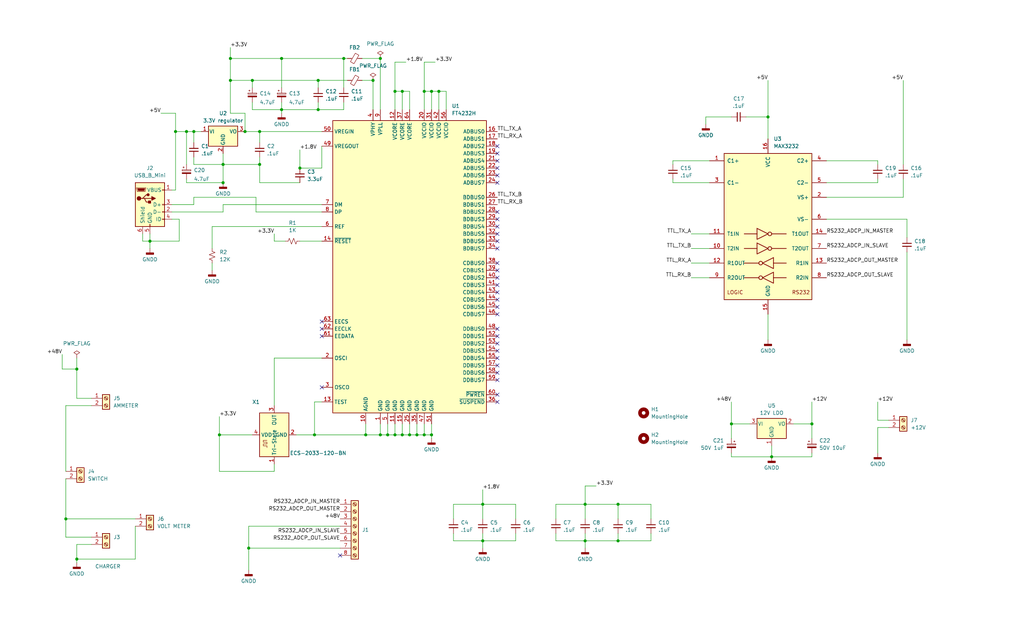
<source format=kicad_sch>
(kicad_sch (version 20230121) (generator eeschema)
  (paper "USLegal")
  (title_block (title "LADCP interface box") (date "2023-06-26") (rev "1.0.0") (company "NOAA\\AOML|PHOD"))
  (lib_symbols
    (symbol "Connector:Screw_Terminal_01x02" (pin_names (offset 1.016) hide)
      (property "Reference" "J" (at 0 2.54 0))
      (property "Value" "Screw_Terminal_01x02" (at 0 -5.08 0))
      (symbol "Screw_Terminal_01x02_1_1"
        (pin passive line (at -5.08 0 0) (length 3.81) (name "Pin_1") (number "1"))
        (pin passive line (at -5.08 -2.54 0) (length 3.81) (name "Pin_2") (number "2"))
      )
    )
    (symbol "Connector:Screw_Terminal_01x08" (pin_names (offset 1.016) hide)
      (property "Reference" "J" (at 0 10.16 0))
      (property "Value" "Screw_Terminal_01x08" (at 0 -12.7 0))
      (symbol "Screw_Terminal_01x08_1_1"
        (pin passive line (at -5.08 7.62 0) (length 3.81) (name "Pin_1") (number "1"))
        (pin passive line (at -5.08 5.08 0) (length 3.81) (name "Pin_2") (number "2"))
        (pin passive line (at -5.08 2.54 0) (length 3.81) (name "Pin_3") (number "3"))
        (pin passive line (at -5.08 0 0) (length 3.81) (name "Pin_4") (number "4"))
        (pin passive line (at -5.08 -2.54 0) (length 3.81) (name "Pin_5") (number "5"))
        (pin passive line (at -5.08 -5.08 0) (length 3.81) (name "Pin_6") (number "6"))
        (pin passive line (at -5.08 -7.62 0) (length 3.81) (name "Pin_7") (number "7"))
        (pin passive line (at -5.08 -10.16 0) (length 3.81) (name "Pin_8") (number "8"))
      )
    )
    (symbol "Connector:USB_B_Mini" (pin_names (offset 1.016))
      (property "Reference" "J" (at -5.08 11.43 0))
      (property "Value" "USB_B_Mini" (at -5.08 8.89 0))
      (symbol "USB_B_Mini_1_1"
        (pin power_out line (at 7.62 5.08 180) (length 2.54) (name "VBUS") (number "1"))
        (pin bidirectional line (at 7.62 -2.54 180) (length 2.54) (name "D-") (number "2"))
        (pin bidirectional line (at 7.62 0 180) (length 2.54) (name "D+") (number "3"))
        (pin passive line (at 7.62 -5.08 180) (length 2.54) (name "ID") (number "4"))
        (pin power_out line (at 0 -10.16 90) (length 2.54) (name "GND") (number "5"))
        (pin passive line (at -2.54 -10.16 90) (length 2.54) (name "Shield") (number "6"))
      )
    )
    (symbol "Device:C_Polarized_Small" (pin_numbers hide) (pin_names (offset 0.254) hide)
      (property "Reference" "C" (at 0.254 1.778 0))
      (property "Value" "C_Polarized_Small" (at 0.254 -2.032 0))
      (symbol "C_Polarized_Small_1_1"
        (pin passive line (at 0 2.54 270) (length 1.8542) (name "~") (number "1"))
        (pin passive line (at 0 -2.54 90) (length 1.8542) (name "~") (number "2"))
      )
    )
    (symbol "Device:C_Small" (pin_numbers hide) (pin_names (offset 0.254) hide)
      (property "Reference" "C" (at 0.254 1.778 0))
      (property "Value" "C_Small" (at 0.254 -2.032 0))
      (symbol "C_Small_1_1"
        (pin passive line (at 0 2.54 270) (length 2.032) (name "~") (number "1"))
        (pin passive line (at 0 -2.54 90) (length 2.032) (name "~") (number "2"))
      )
    )
    (symbol "Device:FerriteBead_Small" (pin_numbers hide) (pin_names (offset 0))
      (property "Reference" "FB" (at 1.905 1.27 0))
      (property "Value" "FerriteBead_Small" (at 1.905 -1.27 0))
      (symbol "FerriteBead_Small_1_1"
        (pin passive line (at 0 2.54 270) (length 1.27) (name "~") (number "1"))
        (pin passive line (at 0 -2.54 90) (length 1.27) (name "~") (number "2"))
      )
    )
    (symbol "Device:R_Small_US" (pin_numbers hide) (pin_names (offset 0.254) hide)
      (property "Reference" "R" (at 0.762 0.508 0))
      (property "Value" "R_Small_US" (at 0.762 -1.016 0))
      (symbol "R_Small_US_1_1"
        (pin passive line (at 0 2.54 270) (length 1.016) (name "~") (number "1"))
        (pin passive line (at 0 -2.54 90) (length 1.016) (name "~") (number "2"))
      )
    )
    (symbol "Interface_UART:MAX3232" (pin_names (offset 1.016))
      (property "Reference" "U" (at -2.54 28.575 0))
      (property "Value" "MAX3232" (at -2.54 26.67 0))
      (symbol "MAX3232_0_0"
        (text "LOGIC" (at -11.43 -22.86 0) (effects (font (size 1.27 1.27))))
        (text "RS232" (at 11.43 -22.86 0) (effects (font (size 1.27 1.27))))
      )
      (symbol "MAX3232_1_1"
        (pin passive line (at -20.32 22.86 0) (length 5.08) (name "C1+") (number "1"))
        (pin input line (at -20.32 -7.62 0) (length 5.08) (name "T2IN") (number "10"))
        (pin input line (at -20.32 -2.54 0) (length 5.08) (name "T1IN") (number "11"))
        (pin output line (at -20.32 -12.7 0) (length 5.08) (name "R1OUT") (number "12"))
        (pin input line (at 20.32 -12.7 180) (length 5.08) (name "R1IN") (number "13"))
        (pin output line (at 20.32 -2.54 180) (length 5.08) (name "T1OUT") (number "14"))
        (pin power_in line (at 0 -30.48 90) (length 5.08) (name "GND") (number "15"))
        (pin power_in line (at 0 30.48 270) (length 5.08) (name "VCC") (number "16"))
        (pin power_out line (at 20.32 10.16 180) (length 5.08) (name "VS+") (number "2"))
        (pin passive line (at -20.32 15.24 0) (length 5.08) (name "C1-") (number "3"))
        (pin passive line (at 20.32 22.86 180) (length 5.08) (name "C2+") (number "4"))
        (pin passive line (at 20.32 15.24 180) (length 5.08) (name "C2-") (number "5"))
        (pin power_out line (at 20.32 2.54 180) (length 5.08) (name "VS-") (number "6"))
        (pin output line (at 20.32 -7.62 180) (length 5.08) (name "T2OUT") (number "7"))
        (pin input line (at 20.32 -17.78 180) (length 5.08) (name "R2IN") (number "8"))
        (pin output line (at -20.32 -17.78 0) (length 5.08) (name "R2OUT") (number "9"))
      )
    )
    (symbol "Interface_USB:FT4232H"
      (property "Reference" "U" (at -26.67 53.34 0))
      (property "Value" "FT4232H" (at 19.05 53.34 0))
      (symbol "FT4232H_1_1"
        (pin power_in line (at -10.16 -53.34 90) (length 3.81) (name "GND") (number "1"))
        (pin power_in line (at -15.24 -53.34 90) (length 3.81) (name "AGND") (number "10"))
        (pin power_in line (at -5.08 -53.34 90) (length 3.81) (name "GND") (number "11"))
        (pin power_in line (at -5.08 55.88 270) (length 3.81) (name "VCORE") (number "12"))
        (pin input line (at -30.48 -45.72 0) (length 3.81) (name "TEST") (number "13"))
        (pin input line (at -30.48 10.16 0) (length 3.81) (name "~{RESET}") (number "14"))
        (pin power_in line (at -2.54 -53.34 90) (length 3.81) (name "GND") (number "15"))
        (pin bidirectional line (at 30.48 48.26 180) (length 3.81) (name "ADBUS0") (number "16"))
        (pin bidirectional line (at 30.48 45.72 180) (length 3.81) (name "ADBUS1") (number "17"))
        (pin bidirectional line (at 30.48 43.18 180) (length 3.81) (name "ADBUS2") (number "18"))
        (pin bidirectional line (at 30.48 40.64 180) (length 3.81) (name "ADBUS3") (number "19"))
        (pin input line (at -30.48 -30.48 0) (length 3.81) (name "OSCI") (number "2"))
        (pin power_in line (at 5.08 55.88 270) (length 3.81) (name "VCCIO") (number "20"))
        (pin bidirectional line (at 30.48 38.1 180) (length 3.81) (name "ADBUS4") (number "21"))
        (pin bidirectional line (at 30.48 35.56 180) (length 3.81) (name "ADBUS5") (number "22"))
        (pin bidirectional line (at 30.48 33.02 180) (length 3.81) (name "ADBUS6") (number "23"))
        (pin bidirectional line (at 30.48 30.48 180) (length 3.81) (name "ADBUS7") (number "24"))
        (pin power_in line (at 0 -53.34 90) (length 3.81) (name "GND") (number "25"))
        (pin bidirectional line (at 30.48 25.4 180) (length 3.81) (name "BDBUS0") (number "26"))
        (pin bidirectional line (at 30.48 22.86 180) (length 3.81) (name "BDBUS1") (number "27"))
        (pin bidirectional line (at 30.48 20.32 180) (length 3.81) (name "BDBUS2") (number "28"))
        (pin bidirectional line (at 30.48 17.78 180) (length 3.81) (name "BDBUS3") (number "29"))
        (pin output line (at -30.48 -40.64 0) (length 3.81) (name "OSCO") (number "3"))
        (pin bidirectional line (at 30.48 15.24 180) (length 3.81) (name "BDBUS4") (number "30"))
        (pin power_in line (at 7.62 55.88 270) (length 3.81) (name "VCCIO") (number "31"))
        (pin bidirectional line (at 30.48 12.7 180) (length 3.81) (name "BDBUS5") (number "32"))
        (pin bidirectional line (at 30.48 10.16 180) (length 3.81) (name "BDBUS6") (number "33"))
        (pin bidirectional line (at 30.48 7.62 180) (length 3.81) (name "BDBUS7") (number "34"))
        (pin power_in line (at 2.54 -53.34 90) (length 3.81) (name "GND") (number "35"))
        (pin output line (at 30.48 -45.72 180) (length 3.81) (name "~{SUSPEND}") (number "36"))
        (pin power_in line (at -2.54 55.88 270) (length 3.81) (name "VCORE") (number "37"))
        (pin bidirectional line (at 30.48 2.54 180) (length 3.81) (name "CDBUS0") (number "38"))
        (pin bidirectional line (at 30.48 0 180) (length 3.81) (name "CDBUS1") (number "39"))
        (pin power_in line (at -12.7 55.88 270) (length 3.81) (name "VPHY") (number "4"))
        (pin bidirectional line (at 30.48 -2.54 180) (length 3.81) (name "CDBUS2") (number "40"))
        (pin bidirectional line (at 30.48 -5.08 180) (length 3.81) (name "CDBUS3") (number "41"))
        (pin power_in line (at 10.16 55.88 270) (length 3.81) (name "VCCIO") (number "42"))
        (pin bidirectional line (at 30.48 -7.62 180) (length 3.81) (name "CDBUS4") (number "43"))
        (pin bidirectional line (at 30.48 -10.16 180) (length 3.81) (name "CDBUS5") (number "44"))
        (pin bidirectional line (at 30.48 -12.7 180) (length 3.81) (name "CDBUS6") (number "45"))
        (pin bidirectional line (at 30.48 -15.24 180) (length 3.81) (name "CDBUS7") (number "46"))
        (pin power_in line (at 5.08 -53.34 90) (length 3.81) (name "GND") (number "47"))
        (pin bidirectional line (at 30.48 -20.32 180) (length 3.81) (name "DDBUS0") (number "48"))
        (pin power_out line (at -30.48 43.18 0) (length 3.81) (name "VREGOUT") (number "49"))
        (pin power_in line (at -7.62 -53.34 90) (length 3.81) (name "GND") (number "5"))
        (pin power_in line (at -30.48 48.26 0) (length 3.81) (name "VREGIN") (number "50"))
        (pin power_in line (at 7.62 -53.34 90) (length 3.81) (name "GND") (number "51"))
        (pin bidirectional line (at 30.48 -22.86 180) (length 3.81) (name "DDBUS1") (number "52"))
        (pin bidirectional line (at 30.48 -25.4 180) (length 3.81) (name "DDBUS2") (number "53"))
        (pin bidirectional line (at 30.48 -27.94 180) (length 3.81) (name "DDBUS3") (number "54"))
        (pin bidirectional line (at 30.48 -30.48 180) (length 3.81) (name "DDBUS4") (number "55"))
        (pin power_in line (at 12.7 55.88 270) (length 3.81) (name "VCCIO") (number "56"))
        (pin bidirectional line (at 30.48 -33.02 180) (length 3.81) (name "DDBUS5") (number "57"))
        (pin bidirectional line (at 30.48 -35.56 180) (length 3.81) (name "DDBUS6") (number "58"))
        (pin bidirectional line (at 30.48 -38.1 180) (length 3.81) (name "DDBUS7") (number "59"))
        (pin input line (at -30.48 15.24 0) (length 3.81) (name "REF") (number "6"))
        (pin output line (at 30.48 -43.18 180) (length 3.81) (name "~{PWREN}") (number "60"))
        (pin bidirectional line (at -30.48 -22.86 0) (length 3.81) (name "EEDATA") (number "61"))
        (pin output line (at -30.48 -20.32 0) (length 3.81) (name "EECLK") (number "62"))
        (pin output line (at -30.48 -17.78 0) (length 3.81) (name "EECS") (number "63"))
        (pin power_in line (at 0 55.88 270) (length 3.81) (name "VCORE") (number "64"))
        (pin bidirectional line (at -30.48 22.86 0) (length 3.81) (name "DM") (number "7"))
        (pin bidirectional line (at -30.48 20.32 0) (length 3.81) (name "DP") (number "8"))
        (pin power_in line (at -10.16 55.88 270) (length 3.81) (name "VPLL") (number "9"))
      )
    )
    (symbol "Mechanical:MountingHole" (pin_names (offset 1.016))
      (property "Reference" "H" (at 0 5.08 0))
      (property "Value" "MountingHole" (at 0 3.175 0))
    )
    (symbol "Oscillator:ECS-2520MV-xxx-xx"
      (property "Reference" "X" (at -5.08 6.35 0))
      (property "Value" "ECS-2520MV-xxx-xx" (at 1.27 -6.35 0))
      (symbol "ECS-2520MV-xxx-xx_1_1"
        (pin input line (at -10.16 0 0) (length 2.54) (name "Tri-State") (number "1"))
        (pin power_in line (at 0 -7.62 90) (length 2.54) (name "GND") (number "2"))
        (pin output line (at 10.16 0 180) (length 2.54) (name "OUT") (number "3"))
        (pin power_in line (at 0 7.62 270) (length 2.54) (name "VDD") (number "4"))
      )
    )
    (symbol "Regulator_Linear:APE8865N-16-HF-3" (pin_names (offset 0.254))
      (property "Reference" "U" (at -3.81 3.175 0))
      (property "Value" "APE8865N-16-HF-3" (at 0 3.175 0))
      (symbol "APE8865N-16-HF-3_1_1"
        (pin power_in line (at 0 -7.62 90) (length 2.54) (name "GND") (number "1"))
        (pin power_out line (at 7.62 0 180) (length 2.54) (name "VO") (number "2"))
        (pin power_in line (at -7.62 0 0) (length 2.54) (name "VI") (number "3"))
      )
    )
    (symbol "Regulator_Linear:LF33_TO252" (pin_names (offset 0.254))
      (property "Reference" "U" (at -3.81 3.175 0))
      (property "Value" "LF33_TO252" (at 0 3.175 0))
      (symbol "LF33_TO252_1_1"
        (pin power_in line (at -7.62 0 0) (length 2.54) (name "VI") (number "1"))
        (pin power_in line (at 0 -7.62 90) (length 2.54) (name "GND") (number "2"))
        (pin power_out line (at 7.62 0 180) (length 2.54) (name "VO") (number "3"))
      )
    )
    (symbol "power:GNDD" (power) (pin_names (offset 0))
      (property "Value" "GNDD" (at 0 -3.175 0))
      (symbol "GNDD_1_1"
        (pin power_in line (at 0 0 270) (length 0) hide (name "GNDD") (number "1"))
      )
    )
    (symbol "power:PWR_FLAG" (power) (pin_numbers hide) (pin_names (offset 0) hide)
      (property "Value" "PWR_FLAG" (at 0 3.81 0))
      (symbol "PWR_FLAG_0_0"
        (pin power_out line (at 0 0 90) (length 0) (name "pwr") (number "1"))
      )
    )
  )
  (junction (at 132.08 20.32))
  (junction (at 76.2 151.13))
  (junction (at 104.14 58.42))
  (junction (at 64.77 45.72))
  (junction (at 60.96 45.72))
  (junction (at 267.97 158.75))
  (junction (at 132.08 151.13))
  (junction (at 90.17 45.72))
  (junction (at 80.01 20.32))
  (junction (at 80.01 27.94))
  (junction (at 139.7 31.75))
  (junction (at 77.47 63.5))
  (junction (at 147.32 31.75))
  (junction (at 142.24 151.13))
  (junction (at 167.64 187.96))
  (junction (at 90.17 57.15))
  (junction (at 67.31 45.72))
  (junction (at 85.09 45.72))
  (junction (at 139.7 151.13))
  (junction (at 152.4 31.75))
  (junction (at 109.22 151.13))
  (junction (at 26.67 128.27))
  (junction (at 52.07 83.82))
  (junction (at 97.79 20.32))
  (junction (at 203.2 175.26))
  (junction (at 77.47 57.15))
  (junction (at 110.49 27.94))
  (junction (at 87.63 27.94))
  (junction (at 22.86 180.34))
  (junction (at 26.67 194.31))
  (junction (at 137.16 31.75))
  (junction (at 119.38 20.32))
  (junction (at 266.7 40.64))
  (junction (at 149.86 31.75))
  (junction (at 203.2 187.96))
  (junction (at 149.86 151.13))
  (junction (at 129.54 27.94))
  (junction (at 281.94 147.32))
  (junction (at 137.16 151.13))
  (junction (at 214.63 187.96))
  (junction (at 214.63 175.26))
  (junction (at 254 147.32))
  (junction (at 97.79 38.1))
  (junction (at 86.36 190.5))
  (junction (at 167.64 175.26))
  (junction (at 147.32 151.13))
  (junction (at 110.49 38.1))
  (junction (at 127 151.13))
  (junction (at 134.62 151.13))
  (junction (at 144.78 151.13))
  (no_connect (at 111.76 116.84))
  (no_connect (at 172.72 63.5))
  (no_connect (at 172.72 86.36))
  (no_connect (at 172.72 73.66))
  (no_connect (at 172.72 78.74))
  (no_connect (at 172.72 139.7))
  (no_connect (at 172.72 58.42))
  (no_connect (at 111.76 111.76))
  (no_connect (at 172.72 124.46))
  (no_connect (at 172.72 109.22))
  (no_connect (at 172.72 121.92))
  (no_connect (at 172.72 127))
  (no_connect (at 172.72 50.8))
  (no_connect (at 172.72 114.3))
  (no_connect (at 172.72 81.28))
  (no_connect (at 172.72 83.82))
  (no_connect (at 172.72 76.2))
  (no_connect (at 172.72 93.98))
  (no_connect (at 111.76 134.62))
  (no_connect (at 172.72 129.54))
  (no_connect (at 172.72 53.34))
  (no_connect (at 172.72 60.96))
  (no_connect (at 172.72 101.6))
  (no_connect (at 111.76 114.3))
  (no_connect (at 118.11 193.04))
  (no_connect (at 172.72 104.14))
  (no_connect (at 172.72 137.16))
  (no_connect (at 172.72 119.38))
  (no_connect (at 172.72 99.06))
  (no_connect (at 172.72 132.08))
  (no_connect (at 172.72 116.84))
  (no_connect (at 172.72 96.52))
  (no_connect (at 172.72 55.88))
  (no_connect (at 172.72 91.44))
  (no_connect (at 172.72 106.68))
  (wire (pts (xy 254 158.75) (xy 267.97 158.75)))
  (wire (pts (xy 308.61 148.59) (xy 304.8 148.59)))
  (wire (pts (xy 86.36 190.5) (xy 86.36 198.12)))
  (wire (pts (xy 167.64 170.18) (xy 167.64 175.26)))
  (wire (pts (xy 314.96 87.63) (xy 314.96 118.11)))
  (wire (pts (xy 214.63 187.96) (xy 203.2 187.96)))
  (wire (pts (xy 193.04 180.34) (xy 193.04 175.26)))
  (wire (pts (xy 21.59 128.27) (xy 26.67 128.27)))
  (wire (pts (xy 80.01 20.32) (xy 80.01 16.51)))
  (wire (pts (xy 281.94 147.32) (xy 281.94 152.4)))
  (wire (pts (xy 62.23 76.2) (xy 62.23 83.82)))
  (wire (pts (xy 281.94 147.32) (xy 275.59 147.32)))
  (wire (pts (xy 304.8 62.23) (xy 304.8 63.5)))
  (wire (pts (xy 59.69 66.04) (xy 60.96 66.04)))
  (wire (pts (xy 86.36 182.88) (xy 86.36 190.5)))
  (wire (pts (xy 226.06 187.96) (xy 214.63 187.96)))
  (wire (pts (xy 142.24 151.13) (xy 144.78 151.13)))
  (wire (pts (xy 132.08 38.1) (xy 132.08 20.32)))
  (wire (pts (xy 179.07 187.96) (xy 167.64 187.96)))
  (wire (pts (xy 129.54 38.1) (xy 129.54 27.94)))
  (wire (pts (xy 167.64 185.42) (xy 167.64 187.96)))
  (wire (pts (xy 67.31 71.12) (xy 67.31 68.58)))
  (wire (pts (xy 240.03 81.28) (xy 246.38 81.28)))
  (wire (pts (xy 26.67 128.27) (xy 26.67 138.43)))
  (wire (pts (xy 111.76 50.8) (xy 111.76 58.42)))
  (wire (pts (xy 55.88 39.37) (xy 60.96 39.37)))
  (wire (pts (xy 22.86 140.97) (xy 31.75 140.97)))
  (wire (pts (xy 134.62 147.32) (xy 134.62 151.13)))
  (wire (pts (xy 304.8 148.59) (xy 304.8 157.48)))
  (wire (pts (xy 267.97 154.94) (xy 267.97 158.75)))
  (wire (pts (xy 179.07 180.34) (xy 179.07 175.26)))
  (wire (pts (xy 119.38 20.32) (xy 119.38 30.48)))
  (wire (pts (xy 95.25 161.29) (xy 95.25 163.83)))
  (wire (pts (xy 59.69 76.2) (xy 62.23 76.2)))
  (wire (pts (xy 203.2 168.91) (xy 203.2 175.26)))
  (wire (pts (xy 179.07 175.26) (xy 167.64 175.26)))
  (wire (pts (xy 193.04 175.26) (xy 203.2 175.26)))
  (wire (pts (xy 26.67 194.31) (xy 26.67 195.58)))
  (wire (pts (xy 233.68 63.5) (xy 246.38 63.5)))
  (wire (pts (xy 76.2 163.83) (xy 76.2 151.13)))
  (wire (pts (xy 110.49 27.94) (xy 120.65 27.94)))
  (wire (pts (xy 97.79 20.32) (xy 119.38 20.32)))
  (wire (pts (xy 95.25 140.97) (xy 95.25 124.46)))
  (wire (pts (xy 214.63 180.34) (xy 214.63 175.26)))
  (wire (pts (xy 52.07 81.28) (xy 52.07 83.82)))
  (wire (pts (xy 46.99 194.31) (xy 26.67 194.31)))
  (wire (pts (xy 147.32 31.75) (xy 147.32 38.1)))
  (wire (pts (xy 90.17 54.61) (xy 90.17 57.15)))
  (wire (pts (xy 76.2 151.13) (xy 87.63 151.13)))
  (wire (pts (xy 90.17 45.72) (xy 90.17 49.53)))
  (wire (pts (xy 254 147.32) (xy 254 152.4)))
  (wire (pts (xy 127 151.13) (xy 132.08 151.13)))
  (wire (pts (xy 80.01 27.94) (xy 87.63 27.94)))
  (wire (pts (xy 139.7 147.32) (xy 139.7 151.13)))
  (wire (pts (xy 254 139.7) (xy 254 147.32)))
  (wire (pts (xy 266.7 109.22) (xy 266.7 118.11)))
  (wire (pts (xy 193.04 185.42) (xy 193.04 187.96)))
  (wire (pts (xy 137.16 147.32) (xy 137.16 151.13)))
  (wire (pts (xy 60.96 45.72) (xy 64.77 45.72)))
  (wire (pts (xy 97.79 38.1) (xy 110.49 38.1)))
  (wire (pts (xy 104.14 52.07) (xy 104.14 58.42)))
  (wire (pts (xy 304.8 55.88) (xy 304.8 57.15)))
  (wire (pts (xy 304.8 63.5) (xy 287.02 63.5)))
  (wire (pts (xy 97.79 35.56) (xy 97.79 38.1)))
  (wire (pts (xy 64.77 62.23) (xy 64.77 63.5)))
  (wire (pts (xy 119.38 20.32) (xy 120.65 20.32)))
  (wire (pts (xy 86.36 190.5) (xy 118.11 190.5)))
  (wire (pts (xy 245.11 40.64) (xy 245.11 43.18)))
  (wire (pts (xy 226.06 180.34) (xy 226.06 175.26)))
  (wire (pts (xy 111.76 58.42) (xy 104.14 58.42)))
  (wire (pts (xy 157.48 180.34) (xy 157.48 175.26)))
  (wire (pts (xy 80.01 27.94) (xy 80.01 39.37)))
  (wire (pts (xy 95.25 81.28) (xy 95.25 83.82)))
  (wire (pts (xy 111.76 139.7) (xy 109.22 139.7)))
  (wire (pts (xy 240.03 96.52) (xy 246.38 96.52)))
  (wire (pts (xy 49.53 83.82) (xy 52.07 83.82)))
  (wire (pts (xy 64.77 45.72) (xy 64.77 57.15)))
  (wire (pts (xy 64.77 63.5) (xy 77.47 63.5)))
  (wire (pts (xy 132.08 20.32) (xy 125.73 20.32)))
  (wire (pts (xy 226.06 185.42) (xy 226.06 187.96)))
  (wire (pts (xy 144.78 151.13) (xy 147.32 151.13)))
  (wire (pts (xy 147.32 151.13) (xy 149.86 151.13)))
  (wire (pts (xy 203.2 187.96) (xy 203.2 190.5)))
  (wire (pts (xy 193.04 187.96) (xy 203.2 187.96)))
  (wire (pts (xy 88.9 68.58) (xy 88.9 73.66)))
  (wire (pts (xy 102.87 151.13) (xy 109.22 151.13)))
  (wire (pts (xy 254 40.64) (xy 245.11 40.64)))
  (wire (pts (xy 49.53 81.28) (xy 49.53 83.82)))
  (wire (pts (xy 214.63 185.42) (xy 214.63 187.96)))
  (wire (pts (xy 137.16 151.13) (xy 139.7 151.13)))
  (wire (pts (xy 87.63 27.94) (xy 110.49 27.94)))
  (wire (pts (xy 287.02 55.88) (xy 304.8 55.88)))
  (wire (pts (xy 46.99 182.88) (xy 46.99 194.31)))
  (wire (pts (xy 167.64 175.26) (xy 167.64 180.34)))
  (wire (pts (xy 313.69 27.94) (xy 313.69 57.15)))
  (wire (pts (xy 76.2 144.78) (xy 76.2 151.13)))
  (wire (pts (xy 157.48 185.42) (xy 157.48 187.96)))
  (wire (pts (xy 67.31 68.58) (xy 88.9 68.58)))
  (wire (pts (xy 147.32 147.32) (xy 147.32 151.13)))
  (wire (pts (xy 142.24 31.75) (xy 139.7 31.75)))
  (wire (pts (xy 287.02 76.2) (xy 314.96 76.2)))
  (wire (pts (xy 281.94 158.75) (xy 267.97 158.75)))
  (wire (pts (xy 95.25 83.82) (xy 99.06 83.82)))
  (wire (pts (xy 139.7 151.13) (xy 142.24 151.13)))
  (wire (pts (xy 152.4 31.75) (xy 149.86 31.75)))
  (wire (pts (xy 314.96 76.2) (xy 314.96 82.55)))
  (wire (pts (xy 85.09 45.72) (xy 90.17 45.72)))
  (wire (pts (xy 118.11 182.88) (xy 86.36 182.88)))
  (wire (pts (xy 80.01 39.37) (xy 85.09 39.37)))
  (wire (pts (xy 233.68 55.88) (xy 233.68 57.15)))
  (wire (pts (xy 254 147.32) (xy 260.35 147.32)))
  (wire (pts (xy 31.75 189.23) (xy 26.67 189.23)))
  (wire (pts (xy 152.4 38.1) (xy 152.4 31.75)))
  (wire (pts (xy 90.17 63.5) (xy 90.17 57.15)))
  (wire (pts (xy 64.77 45.72) (xy 67.31 45.72)))
  (wire (pts (xy 59.69 71.12) (xy 67.31 71.12)))
  (wire (pts (xy 266.7 27.94) (xy 266.7 40.64)))
  (wire (pts (xy 110.49 27.94) (xy 110.49 30.48)))
  (wire (pts (xy 22.86 180.34) (xy 22.86 166.37)))
  (wire (pts (xy 167.64 187.96) (xy 167.64 190.5)))
  (wire (pts (xy 73.66 78.74) (xy 73.66 86.36)))
  (wire (pts (xy 142.24 147.32) (xy 142.24 151.13)))
  (wire (pts (xy 246.38 55.88) (xy 233.68 55.88)))
  (wire (pts (xy 203.2 185.42) (xy 203.2 187.96)))
  (wire (pts (xy 281.94 157.48) (xy 281.94 158.75)))
  (wire (pts (xy 179.07 185.42) (xy 179.07 187.96)))
  (wire (pts (xy 21.59 123.19) (xy 21.59 128.27)))
  (wire (pts (xy 226.06 175.26) (xy 214.63 175.26)))
  (wire (pts (xy 90.17 57.15) (xy 77.47 57.15)))
  (wire (pts (xy 240.03 86.36) (xy 246.38 86.36)))
  (wire (pts (xy 304.8 146.05) (xy 308.61 146.05)))
  (wire (pts (xy 26.67 138.43) (xy 31.75 138.43)))
  (wire (pts (xy 157.48 175.26) (xy 167.64 175.26)))
  (wire (pts (xy 60.96 39.37) (xy 60.96 45.72)))
  (wire (pts (xy 80.01 20.32) (xy 97.79 20.32)))
  (wire (pts (xy 67.31 54.61) (xy 67.31 57.15)))
  (wire (pts (xy 233.68 62.23) (xy 233.68 63.5)))
  (wire (pts (xy 87.63 38.1) (xy 97.79 38.1)))
  (wire (pts (xy 281.94 139.7) (xy 281.94 147.32)))
  (wire (pts (xy 73.66 91.44) (xy 73.66 93.98)))
  (wire (pts (xy 97.79 20.32) (xy 97.79 30.48)))
  (wire (pts (xy 77.47 73.66) (xy 77.47 71.12)))
  (wire (pts (xy 140.97 21.59) (xy 137.16 21.59)))
  (wire (pts (xy 139.7 31.75) (xy 137.16 31.75)))
  (wire (pts (xy 26.67 189.23) (xy 26.67 194.31)))
  (wire (pts (xy 304.8 139.7) (xy 304.8 146.05)))
  (wire (pts (xy 149.86 31.75) (xy 147.32 31.75)))
  (wire (pts (xy 22.86 186.69) (xy 31.75 186.69)))
  (wire (pts (xy 154.94 38.1) (xy 154.94 31.75)))
  (wire (pts (xy 144.78 147.32) (xy 144.78 151.13)))
  (wire (pts (xy 142.24 38.1) (xy 142.24 31.75)))
  (wire (pts (xy 95.25 124.46) (xy 111.76 124.46)))
  (wire (pts (xy 109.22 139.7) (xy 109.22 151.13)))
  (wire (pts (xy 67.31 45.72) (xy 67.31 49.53)))
  (wire (pts (xy 104.14 83.82) (xy 111.76 83.82)))
  (wire (pts (xy 60.96 66.04) (xy 60.96 45.72)))
  (wire (pts (xy 214.63 175.26) (xy 203.2 175.26)))
  (wire (pts (xy 154.94 31.75) (xy 152.4 31.75)))
  (wire (pts (xy 127 147.32) (xy 127 151.13)))
  (wire (pts (xy 266.7 40.64) (xy 259.08 40.64)))
  (wire (pts (xy 132.08 147.32) (xy 132.08 151.13)))
  (wire (pts (xy 139.7 31.75) (xy 139.7 38.1)))
  (wire (pts (xy 266.7 48.26) (xy 266.7 40.64)))
  (wire (pts (xy 95.25 163.83) (xy 76.2 163.83)))
  (wire (pts (xy 149.86 147.32) (xy 149.86 151.13)))
  (wire (pts (xy 240.03 91.44) (xy 246.38 91.44)))
  (wire (pts (xy 134.62 151.13) (xy 137.16 151.13)))
  (wire (pts (xy 52.07 83.82) (xy 52.07 86.36)))
  (wire (pts (xy 111.76 78.74) (xy 73.66 78.74)))
  (wire (pts (xy 129.54 27.94) (xy 125.73 27.94)))
  (wire (pts (xy 52.07 83.82) (xy 62.23 83.82)))
  (wire (pts (xy 77.47 71.12) (xy 111.76 71.12)))
  (wire (pts (xy 132.08 151.13) (xy 134.62 151.13)))
  (wire (pts (xy 137.16 21.59) (xy 137.16 31.75)))
  (wire (pts (xy 77.47 57.15) (xy 77.47 63.5)))
  (wire (pts (xy 254 157.48) (xy 254 158.75)))
  (wire (pts (xy 147.32 21.59) (xy 147.32 31.75)))
  (wire (pts (xy 203.2 175.26) (xy 203.2 180.34)))
  (wire (pts (xy 207.01 168.91) (xy 203.2 168.91)))
  (wire (pts (xy 97.79 38.1) (xy 97.79 39.37)))
  (wire (pts (xy 67.31 57.15) (xy 77.47 57.15)))
  (wire (pts (xy 77.47 53.34) (xy 77.47 57.15)))
  (wire (pts (xy 119.38 35.56) (xy 119.38 38.1)))
  (wire (pts (xy 157.48 187.96) (xy 167.64 187.96)))
  (wire (pts (xy 87.63 35.56) (xy 87.63 38.1)))
  (wire (pts (xy 104.14 63.5) (xy 90.17 63.5)))
  (wire (pts (xy 22.86 180.34) (xy 46.99 180.34)))
  (wire (pts (xy 110.49 38.1) (xy 119.38 38.1)))
  (wire (pts (xy 26.67 124.46) (xy 26.67 128.27)))
  (wire (pts (xy 110.49 35.56) (xy 110.49 38.1)))
  (wire (pts (xy 149.86 38.1) (xy 149.86 31.75)))
  (wire (pts (xy 22.86 186.69) (xy 22.86 180.34)))
  (wire (pts (xy 313.69 68.58) (xy 313.69 62.23)))
  (wire (pts (xy 87.63 27.94) (xy 87.63 30.48)))
  (wire (pts (xy 85.09 39.37) (xy 85.09 45.72)))
  (wire (pts (xy 149.86 151.13) (xy 149.86 152.4)))
  (wire (pts (xy 287.02 68.58) (xy 313.69 68.58)))
  (wire (pts (xy 67.31 45.72) (xy 69.85 45.72)))
  (wire (pts (xy 88.9 73.66) (xy 111.76 73.66)))
  (wire (pts (xy 22.86 140.97) (xy 22.86 163.83)))
  (wire (pts (xy 151.13 21.59) (xy 147.32 21.59)))
  (wire (pts (xy 109.22 151.13) (xy 127 151.13)))
  (wire (pts (xy 90.17 45.72) (xy 111.76 45.72)))
  (wire (pts (xy 137.16 31.75) (xy 137.16 38.1)))
  (wire (pts (xy 59.69 73.66) (xy 77.47 73.66)))
  (wire (pts (xy 80.01 27.94) (xy 80.01 20.32)))
  (label "RS232_ADCP_OUT_SLAVE" (at 287.02 96.52 0))
  (label "+1.8V" (at 104.14 52.07 0))
  (label "+3.3V" (at 151.13 21.59 0))
  (label "TTL_RX_A" (at 240.03 91.44 180))
  (label "+3.3V" (at 95.25 81.28 180))
  (label "RS232_ADCP_OUT_MASTER" (at 118.11 177.8 180))
  (label "TTL_RX_B" (at 172.72 71.12 0))
  (label "TTL_TX_A" (at 172.72 45.72 0))
  (label "+5V" (at 313.69 27.94 180))
  (label "+48V" (at 21.59 123.19 180))
  (label "RS232_ADCP_OUT_MASTER" (at 287.02 91.44 0))
  (label "RS232_ADCP_IN_MASTER" (at 287.02 81.28 0))
  (label "+1.8V" (at 167.64 170.18 0))
  (label "+12V" (at 304.8 139.7 0))
  (label "TTL_RX_A" (at 172.72 48.26 0))
  (label "+48V" (at 118.11 180.34 180))
  (label "TTL_TX_A" (at 240.03 81.28 180))
  (label "+3.3V" (at 80.01 16.51 0))
  (label "TTL_TX_B" (at 172.72 68.58 0))
  (label "RS232_ADCP_IN_SLAVE" (at 287.02 86.36 0))
  (label "+5V" (at 266.7 27.94 180))
  (label "RS232_ADCP_OUT_SLAVE" (at 118.11 187.96 180))
  (label "RS232_ADCP_IN_MASTER" (at 118.11 175.26 180))
  (label "+5V" (at 55.88 39.37 180))
  (label "RS232_ADCP_IN_SLAVE" (at 118.11 185.42 180))
  (label "+1.8V" (at 140.97 21.59 0))
  (label "+3.3V" (at 76.2 144.78 0))
  (label "+48V" (at 254 139.7 180))
  (label "TTL_TX_B" (at 240.03 86.36 180))
  (label "+3.3V" (at 207.01 168.91 0))
  (label "TTL_RX_B" (at 240.03 96.52 180))
  (label "+12V" (at 281.94 139.7 0))
  (symbol (lib_id "power:GNDD") (at 86.36 198.12 0) (unit 1)
    (property "Reference" "#PWR011" (effects hide))
    (property "Value" "GNDD" (at 86.36 201.93 0))
  )
  (symbol (lib_id "power:GNDD") (at 245.11 43.18 0) (unit 1)
    (property "Reference" "#PWR010" (effects hide))
    (property "Value" "GNDD" (at 245.11 46.99 0))
  )
  (symbol (lib_id "Device:C_Small") (at 90.17 52.07 0) (unit 1)
    (property "Reference" "C2" (at 92.71 50.8063 0) (effects (justify left)))
    (property "Value" ".1uF" (at 92.71 53.3463 0) (effects (justify left)))
    (property "Footprint" "Capacitor_SMD:C_0805_2012Metric_Pad1.18x1.45mm_HandSolder" (effects hide))
    (property "Datasheet" "https://www.yageo.com/upload/media/product/productsearch/datasheet/mlcc/UPY-GPHC_X7R_6.3V-to-250V_22.pdf" (effects hide))
    (property "vendor" "digikey" (effects hide))
    (property "vendor part#" "311-1140-1-ND" (effects hide))
    (property "manufacturer part#" "CC0805KRX7R9BB104" (effects hide))
  )
  (symbol (lib_id "Oscillator:ECS-2520MV-xxx-xx") (at 95.25 151.13 90) (unit 1)
    (property "Reference" "X1" (at 88.9 139.7 90))
    (property "Value" "ECS-2033-120-BN" (at 110.49 157.48 90))
    (property "Footprint" "Oscillator:Oscillator_SMD_ECS_2520MV-xxx-xx-4Pin_2.5x2.0mm" (effects hide))
    (property "Datasheet" "https://ecsxtal.com/store/pdf/ecs-2025-2033.pdf" (effects hide))
    (property "vendor" "digikey" (effects hide))
    (property "vendor part#" "XC1426CT-ND" (effects hide))
    (property "manufacturer part#" "ECS-2033-120-BN" (effects hide))
  )
  (symbol (lib_id "Device:FerriteBead_Small") (at 123.19 27.94 90) (unit 1)
    (property "Reference" "FB1" (at 123.1519 24.13 90))
    (property "Value" "FerriteBead_Small" (effects hide))
    (property "Footprint" "Inductor_SMD:L_0805_2012Metric_Pad1.15x1.40mm_HandSolder" (effects hide))
    (property "Datasheet" "https://media.digikey.com/pdf/Data%20Sheets/Laird%20Technologies/EMI_Filtering_and_RF_Inductors.pdf" (effects hide))
    (property "vendor" "digikey" (effects hide))
    (property "vendor part#" "240-2399-1-ND" (effects hide))
    (property "manufacturer part#" "HZ0805E601R-10" (effects hide))
  )
  (symbol (lib_id "Device:C_Small") (at 157.48 182.88 0) (unit 1)
    (property "Reference" "C4" (at 160.02 181.6163 0) (effects (justify left)))
    (property "Value" ".1uF" (at 160.02 184.1563 0) (effects (justify left)))
    (property "Footprint" "Capacitor_SMD:C_0805_2012Metric_Pad1.18x1.45mm_HandSolder" (effects hide))
    (property "Datasheet" "https://www.yageo.com/upload/media/product/productsearch/datasheet/mlcc/UPY-GPHC_X7R_6.3V-to-250V_22.pdf" (effects hide))
    (property "vendor" "digikey" (effects hide))
    (property "vendor part#" "311-1140-1-ND" (effects hide))
    (property "manufacturer part#" "CC0805KRX7R9BB104" (effects hide))
  )
  (symbol (lib_id "power:PWR_FLAG") (at 26.67 124.46 0) (unit 1)
    (property "Reference" "#FLG01" (effects hide))
    (property "Value" "PWR_FLAG" (at 26.67 119.38 0))
  )
  (symbol (lib_id "power:GNDD") (at 266.7 118.11 0) (unit 1)
    (property "Reference" "#PWR08" (effects hide))
    (property "Value" "GNDD" (at 266.7 121.92 0))
  )
  (symbol (lib_id "power:PWR_FLAG") (at 132.08 20.32 0) (unit 1)
    (property "Reference" "#FLG02" (effects hide))
    (property "Value" "PWR_FLAG" (at 132.08 15.24 0))
  )
  (symbol (lib_id "power:GNDD") (at 267.97 158.75 0) (unit 1)
    (property "Reference" "#PWR013" (effects hide))
    (property "Value" "GNDD" (at 267.97 162.56 0))
  )
  (symbol (lib_id "power:GNDD") (at 304.8 157.48 0) (unit 1)
    (property "Reference" "#PWR014" (effects hide))
    (property "Value" "GNDD" (at 304.8 161.29 0))
  )
  (symbol (lib_id "Device:C_Small") (at 304.8 59.69 0) (unit 1)
    (property "Reference" "C19" (at 307.34 58.4263 0) (effects (justify left)))
    (property "Value" ".1uF" (at 307.34 60.9663 0) (effects (justify left)))
    (property "Footprint" "Capacitor_SMD:C_0805_2012Metric_Pad1.18x1.45mm_HandSolder" (effects hide))
    (property "Datasheet" "https://www.yageo.com/upload/media/product/productsearch/datasheet/mlcc/UPY-GPHC_X7R_6.3V-to-250V_22.pdf" (effects hide))
    (property "vendor" "digikey" (effects hide))
    (property "vendor part#" "311-1140-1-ND" (effects hide))
    (property "manufacturer part#" "CC0805KRX7R9BB104" (effects hide))
  )
  (symbol (lib_id "Device:C_Small") (at 167.64 182.88 0) (unit 1)
    (property "Reference" "C5" (at 170.18 181.6163 0) (effects (justify left)))
    (property "Value" ".1uF" (at 170.18 184.1563 0) (effects (justify left)))
    (property "Footprint" "Capacitor_SMD:C_0805_2012Metric_Pad1.18x1.45mm_HandSolder" (effects hide))
    (property "Datasheet" "https://www.yageo.com/upload/media/product/productsearch/datasheet/mlcc/UPY-GPHC_X7R_6.3V-to-250V_22.pdf" (effects hide))
    (property "vendor" "digikey" (effects hide))
    (property "vendor part#" "311-1140-1-ND" (effects hide))
    (property "manufacturer part#" "CC0805KRX7R9BB104" (effects hide))
  )
  (symbol (lib_id "power:GNDD") (at 314.96 118.11 0) (unit 1)
    (property "Reference" "#PWR09" (effects hide))
    (property "Value" "GNDD" (at 314.96 121.92 0))
  )
  (symbol (lib_id "Connector:Screw_Terminal_01x08") (at 123.19 182.88 0) (unit 1)
    (property "Reference" "J1" (at 125.73 184.15 0) (effects (justify left)))
    (property "Value" "TERM BLK 8POS SIDE ENTRY 5MM PCB" (effects hide))
    (property "Footprint" "TerminalBlock_Phoenix:TerminalBlock_Phoenix_PT-1,5-8-5.0-H_1x08_P5.00mm_Horizontal" (effects hide))
    (property "Datasheet" "https://media.digikey.com/pdf/Data%20Sheets/Phoenix%20Contact%20PDFs/1935226.pdf" (effects hide))
    (property "vendor" "digikey" (effects hide))
    (property "vendor part#" "277-1583-ND" (effects hide))
    (property "manufacturer part#" "1935226" (effects hide))
  )
  (symbol (lib_id "Device:C_Small") (at 256.54 40.64 270) (unit 1)
    (property "Reference" "C17" (at 256.5336 34.29 90))
    (property "Value" ".1uF" (at 256.5336 36.83 90))
    (property "Footprint" "Capacitor_SMD:C_0805_2012Metric_Pad1.18x1.45mm_HandSolder" (effects hide))
    (property "Datasheet" "https://www.yageo.com/upload/media/product/productsearch/datasheet/mlcc/UPY-GPHC_X7R_6.3V-to-250V_22.pdf" (effects hide))
    (property "vendor" "digikey" (effects hide))
    (property "vendor part#" "311-1140-1-ND" (effects hide))
    (property "manufacturer part#" "CC0805KRX7R9BB104" (effects hide))
  )
  (symbol (lib_id "Device:FerriteBead_Small") (at 123.19 20.32 90) (unit 1)
    (property "Reference" "FB2" (at 123.1519 16.51 90))
    (property "Value" "FerriteBead_Small" (effects hide))
    (property "Footprint" "Inductor_SMD:L_0805_2012Metric_Pad1.15x1.40mm_HandSolder" (effects hide))
    (property "Datasheet" "https://media.digikey.com/pdf/Data%20Sheets/Laird%20Technologies/EMI_Filtering_and_RF_Inductors.pdf" (effects hide))
    (property "vendor" "digikey" (effects hide))
    (property "vendor part#" "240-2399-1-ND" (effects hide))
    (property "manufacturer part#" "HZ0805E601R-10" (effects hide))
  )
  (symbol (lib_id "Regulator_Linear:LF33_TO252") (at 77.47 45.72 0) (unit 1)
    (property "Reference" "U2" (at 77.47 39.37 0))
    (property "Value" "3.3V regulator" (at 77.47 41.91 0))
    (property "Footprint" "Package_TO_SOT_SMD:TO-252-3_TabPin2" (effects hide))
    (property "Datasheet" "https://www.rohm.com/datasheet?p=BA033CC0FP&dist=Digi-key&media=referral&source=digi-key.com&campaign=Digi-key" (effects hide))
    (property "vendor" "digikey" (effects hide))
    (property "vendor part#" "BA033CC0FP-E2CT-ND" (effects hide))
    (property "manufacturer part#" "BA033CC0FP-E2" (effects hide))
  )
  (symbol (lib_id "Device:C_Polarized_Small") (at 64.77 59.69 0) (unit 1)
    (property "Reference" "C20" (at 67.31 59.1439 0) (effects (justify left)))
    (property "Value" "4.7uF" (at 67.31 62.23 0) (effects (justify left)))
    (property "Footprint" "Capacitor_Tantalum_SMD:CP_EIA-2012-12_Kemet-R_Pad1.30x1.05mm_HandSolder" (effects hide))
    (property "Datasheet" "https://datasheets.kyocera-avx.com/TAJ.pdf" (effects hide))
    (property "vendor" "digikey" (effects hide))
    (property "vendor part#" "478-3057-1-ND" (effects hide))
    (property "manufacturer part#" "TAJR475M010RNJ" (effects hide))
  )
  (symbol (lib_id "Interface_USB:FT4232H") (at 142.24 93.98 0) (unit 1)
    (property "Reference" "U1" (at 156.8959 36.83 0) (effects (justify left)))
    (property "Value" "FT4232H" (at 156.8959 39.37 0) (effects (justify left)))
    (property "Footprint" "Package_QFP:LQFP-64_10x10mm_P0.5mm" (effects hide))
    (property "Datasheet" "https://www.ftdichip.com/Support/Documents/DataSheets/ICs/DS_FT4232H.pdf" (effects hide))
    (property "vendor" "digikey" (effects hide))
    (property "vendor part#" "  768-1026-1-ND" (effects hide))
    (property "manufacturer part#" "FT4232HL-REEL" (effects hide))
  )
  (symbol (lib_id "Device:C_Small") (at 313.69 59.69 0) (unit 1)
    (property "Reference" "C16" (at 316.23 58.4263 0) (effects (justify left)))
    (property "Value" ".1uF" (at 316.23 60.9663 0) (effects (justify left)))
    (property "Footprint" "Capacitor_SMD:C_0805_2012Metric_Pad1.18x1.45mm_HandSolder" (effects hide))
    (property "Datasheet" "https://www.yageo.com/upload/media/product/productsearch/datasheet/mlcc/UPY-GPHC_X7R_6.3V-to-250V_22.pdf" (effects hide))
    (property "vendor" "digikey" (effects hide))
    (property "vendor part#" "311-1140-1-ND" (effects hide))
    (property "manufacturer part#" "CC0805KRX7R9BB104" (effects hide))
  )
  (symbol (lib_id "Device:C_Small") (at 104.14 60.96 0) (unit 1)
    (property "Reference" "C3" (at 106.68 59.6963 0) (effects (justify left)))
    (property "Value" "3.3uF" (at 106.68 62.2363 0) (effects (justify left)))
    (property "Footprint" "Capacitor_SMD:C_0805_2012Metric_Pad1.18x1.45mm_HandSolder" (effects hide))
    (property "Datasheet" " https://product.tdk.com/system/files/dam/doc/product/capacitor/ceramic/mlcc/catalog/mlcc_automotive_general_en.pdf" (effects hide))
    (property "vendor" "digikey" (effects hide))
    (property "vendor part#" "445-6966-1-ND" (effects hide))
    (property "manufacturer part#" "CGA4J1X7R1E335K125AC" (effects hide))
  )
  (symbol (lib_id "Connector:Screw_Terminal_01x02") (at 313.69 146.05 0) (unit 1)
    (property "Reference" "J7" (at 316.23 146.05 0) (effects (justify left)))
    (property "Value" "+12V" (at 316.23 148.59 0) (effects (justify left)))
    (property "Footprint" "TerminalBlock_Phoenix:TerminalBlock_Phoenix_PT-1,5-2-5.0-H_1x02_P5.00mm_Horizontal" (effects hide))
    (property "Datasheet" "https://media.digikey.com/pdf/Data%20Sheets/Phoenix%20Contact%20PDFs/1935161.pdf" (effects hide))
    (property "vendor" "digikey" (effects hide))
    (property "vendor part#" "277-1667-ND" (effects hide))
    (property "manufacturer part#" "1935161" (effects hide))
  )
  (symbol (lib_id "power:GNDD") (at 167.64 190.5 0) (unit 1)
    (property "Reference" "#PWR03" (effects hide))
    (property "Value" "GNDD" (at 167.64 194.31 0))
  )
  (symbol (lib_id "power:GNDD") (at 97.79 39.37 0) (unit 1)
    (property "Reference" "#PWR06" (effects hide))
    (property "Value" "GNDD" (at 97.79 43.18 0))
  )
  (symbol (lib_id "power:GNDD") (at 77.47 63.5 0) (unit 1)
    (property "Reference" "#PWR02" (effects hide))
    (property "Value" "GNDD" (at 77.47 67.31 0))
  )
  (symbol (lib_id "Device:C_Small") (at 214.63 182.88 0) (unit 1)
    (property "Reference" "C9" (at 217.17 181.6163 0) (effects (justify left)))
    (property "Value" ".1uF" (at 217.17 184.1563 0) (effects (justify left)))
    (property "Footprint" "Capacitor_SMD:C_0805_2012Metric_Pad1.18x1.45mm_HandSolder" (effects hide))
    (property "Datasheet" "https://www.yageo.com/upload/media/product/productsearch/datasheet/mlcc/UPY-GPHC_X7R_6.3V-to-250V_22.pdf" (effects hide))
    (property "vendor" "digikey" (effects hide))
    (property "vendor part#" "311-1140-1-ND" (effects hide))
    (property "manufacturer part#" "CC0805KRX7R9BB104" (effects hide))
  )
  (symbol (lib_id "power:PWR_FLAG") (at 129.54 27.94 0) (unit 1)
    (property "Reference" "#FLG03" (effects hide))
    (property "Value" "PWR_FLAG" (at 129.54 22.86 0))
  )
  (symbol (lib_id "Connector:Screw_Terminal_01x02") (at 36.83 186.69 0) (unit 1)
    (property "Reference" "J3" (at 39.37 186.69 0) (effects (justify left)))
    (property "Value" "CHARGER" (at 33.02 196.85 0) (effects (justify left)))
    (property "Footprint" "TerminalBlock_Phoenix:TerminalBlock_Phoenix_PT-1,5-2-5.0-H_1x02_P5.00mm_Horizontal" (effects hide))
    (property "Datasheet" "https://media.digikey.com/pdf/Data%20Sheets/Phoenix%20Contact%20PDFs/1935161.pdf" (effects hide))
    (property "vendor" "digikey" (effects hide))
    (property "vendor part#" "277-1667-ND" (effects hide))
    (property "manufacturer part#" "1935161" (effects hide))
  )
  (symbol (lib_id "power:GNDD") (at 73.66 93.98 0) (unit 1)
    (property "Reference" "#PWR07" (effects hide))
    (property "Value" "GNDD" (at 73.66 97.79 0))
  )
  (symbol (lib_id "Device:C_Small") (at 67.31 52.07 0) (unit 1)
    (property "Reference" "C1" (at 69.85 50.8063 0) (effects (justify left)))
    (property "Value" ".1uF" (at 69.85 53.3463 0) (effects (justify left)))
    (property "Footprint" "Capacitor_SMD:C_0805_2012Metric_Pad1.18x1.45mm_HandSolder" (effects hide))
    (property "Datasheet" "https://www.yageo.com/upload/media/product/productsearch/datasheet/mlcc/UPY-GPHC_X7R_6.3V-to-250V_22.pdf" (effects hide))
    (property "vendor" "digikey" (effects hide))
    (property "vendor part#" "311-1140-1-ND" (effects hide))
    (property "manufacturer part#" "CC0805KRX7R9BB104" (effects hide))
  )
  (symbol (lib_id "Device:C_Small") (at 119.38 33.02 0) (unit 1)
    (property "Reference" "C11" (at 121.92 31.7563 0) (effects (justify left)))
    (property "Value" ".1uF" (at 121.92 34.2963 0) (effects (justify left)))
    (property "Footprint" "Capacitor_SMD:C_0805_2012Metric_Pad1.18x1.45mm_HandSolder" (effects hide))
    (property "Datasheet" "https://www.yageo.com/upload/media/product/productsearch/datasheet/mlcc/UPY-GPHC_X7R_6.3V-to-250V_22.pdf" (effects hide))
    (property "vendor" "digikey" (effects hide))
    (property "vendor part#" "311-1140-1-ND" (effects hide))
    (property "manufacturer part#" "CC0805KRX7R9BB104" (effects hide))
  )
  (symbol (lib_id "power:GNDD") (at 26.67 195.58 0) (unit 1)
    (property "Reference" "#PWR012" (effects hide))
    (property "Value" "GNDD" (at 26.67 199.39 0))
  )
  (symbol (lib_id "Mechanical:MountingHole") (at 223.52 152.4 0) (unit 1)
    (property "Reference" "H2" (at 226.06 151.13 0) (effects (justify left)))
    (property "Value" "MountingHole" (at 226.06 153.67 0) (effects (justify left)))
    (property "Footprint" "MountingHole:MountingHole_2.1mm" (effects hide))
  )
  (symbol (lib_id "Device:C_Polarized_Small") (at 97.79 33.02 0) (unit 1)
    (property "Reference" "C13" (at 100.33 32.4739 0) (effects (justify left)))
    (property "Value" "4.7uF" (at 100.33 35.56 0) (effects (justify left)))
    (property "Footprint" "Capacitor_Tantalum_SMD:CP_EIA-2012-12_Kemet-R_Pad1.30x1.05mm_HandSolder" (effects hide))
    (property "Datasheet" "https://datasheets.kyocera-avx.com/TAJ.pdf" (effects hide))
    (property "vendor" "digikey" (effects hide))
    (property "vendor part#" "478-3057-1-ND" (effects hide))
    (property "manufacturer part#" "TAJR475M010RNJ" (effects hide))
  )
  (symbol (lib_id "Device:R_Small_US") (at 73.66 88.9 0) (unit 1)
    (property "Reference" "R2" (at 76.2 87.63 0) (effects (justify left)))
    (property "Value" "12K" (at 76.2 90.17 0) (effects (justify left)))
    (property "Footprint" "Resistor_SMD:R_0805_2012Metric_Pad1.20x1.40mm_HandSolder" (effects hide))
    (property "Datasheet" "https://www.seielect.com/Catalog/SEI-RMCF_RMCP.pdf" (effects hide))
    (property "vendor" "digikey" (effects hide))
    (property "vendor part#" "738-RMCF0805JT12K0CT-ND" (effects hide))
    (property "manufacturer part#" "RMCF0805JT12K0" (effects hide))
  )
  (symbol (lib_id "Connector:USB_B_Mini") (at 52.07 71.12 0) (unit 1)
    (property "Reference" "J2" (at 52.07 58.42 0))
    (property "Value" "USB_B_Mini" (at 52.07 60.96 0))
    (property "Footprint" "Connector_USB:USB_Mini-B_Wuerth_65100516121_Horizontal" (effects hide))
    (property "Datasheet" "https://media.digikey.com/pdf/Data%20Sheets/Wurth%20Electronics%20PDFs/Communication%20Conn%20WR-COM.pdf" (effects hide))
    (property "vendor" "digikey" (effects hide))
    (property "vendor part#" "732-2109-1-ND" (effects hide))
    (property "manufacturer part#" "65100516121" (effects hide))
  )
  (symbol (lib_id "Device:C_Small") (at 314.96 85.09 0) (unit 1)
    (property "Reference" "C18" (at 317.5 83.8263 0) (effects (justify left)))
    (property "Value" ".1uF" (at 317.5 86.3663 0) (effects (justify left)))
    (property "Footprint" "Capacitor_SMD:C_0805_2012Metric_Pad1.18x1.45mm_HandSolder" (effects hide))
    (property "Datasheet" "https://www.yageo.com/upload/media/product/productsearch/datasheet/mlcc/UPY-GPHC_X7R_6.3V-to-250V_22.pdf" (effects hide))
    (property "vendor" "digikey" (effects hide))
    (property "vendor part#" "311-1140-1-ND" (effects hide))
    (property "manufacturer part#" "CC0805KRX7R9BB104" (effects hide))
  )
  (symbol (lib_id "Device:C_Small") (at 233.68 59.69 0) (unit 1)
    (property "Reference" "C15" (at 236.22 58.4263 0) (effects (justify left)))
    (property "Value" ".1uF" (at 236.22 60.9663 0) (effects (justify left)))
    (property "Footprint" "Capacitor_SMD:C_0805_2012Metric_Pad1.18x1.45mm_HandSolder" (effects hide))
    (property "Datasheet" "https://www.yageo.com/upload/media/product/productsearch/datasheet/mlcc/UPY-GPHC_X7R_6.3V-to-250V_22.pdf" (effects hide))
    (property "vendor" "digikey" (effects hide))
    (property "vendor part#" "311-1140-1-ND" (effects hide))
    (property "manufacturer part#" "CC0805KRX7R9BB104" (effects hide))
  )
  (symbol (lib_id "Regulator_Linear:APE8865N-16-HF-3") (at 267.97 147.32 0) (unit 1)
    (property "Reference" "U5" (at 267.97 140.97 0))
    (property "Value" "12V LDO" (at 267.97 143.51 0))
    (property "Footprint" "Package_TO_SOT_SMD:SOT-23" (effects hide))
    (property "Datasheet" "https://www.diodes.com/assets/Datasheets/ZXTR2112FQ.pdf" (effects hide))
    (property "vendor" "digikey" (effects hide))
    (property "vendor part#" "ZXTR2112FQ-7DICT-ND" (effects hide))
    (property "manufacturer part#" "ZXTR2112FQ-7" (effects hide))
  )
  (symbol (lib_id "Device:C_Small") (at 226.06 182.88 0) (unit 1)
    (property "Reference" "C10" (at 228.6 181.6163 0) (effects (justify left)))
    (property "Value" ".1uF" (at 228.6 184.1563 0) (effects (justify left)))
    (property "Footprint" "Capacitor_SMD:C_0805_2012Metric_Pad1.18x1.45mm_HandSolder" (effects hide))
    (property "Datasheet" "https://www.yageo.com/upload/media/product/productsearch/datasheet/mlcc/UPY-GPHC_X7R_6.3V-to-250V_22.pdf" (effects hide))
    (property "vendor" "digikey" (effects hide))
    (property "vendor part#" "311-1140-1-ND" (effects hide))
    (property "manufacturer part#" "CC0805KRX7R9BB104" (effects hide))
  )
  (symbol (lib_id "power:GNDD") (at 203.2 190.5 0) (unit 1)
    (property "Reference" "#PWR04" (effects hide))
    (property "Value" "GNDD" (at 203.2 194.31 0))
  )
  (symbol (lib_id "Connector:Screw_Terminal_01x02") (at 52.07 180.34 0) (unit 1)
    (property "Reference" "J6" (at 54.61 180.34 0) (effects (justify left)))
    (property "Value" "VOLT METER" (at 54.61 182.88 0) (effects (justify left)))
    (property "Footprint" "TerminalBlock_Phoenix:TerminalBlock_Phoenix_PT-1,5-2-5.0-H_1x02_P5.00mm_Horizontal" (effects hide))
    (property "Datasheet" "https://media.digikey.com/pdf/Data%20Sheets/Phoenix%20Contact%20PDFs/1935161.pdf" (effects hide))
    (property "vendor" "digikey" (effects hide))
    (property "vendor part#" "277-1667-ND" (effects hide))
    (property "manufacturer part#" "1935161" (effects hide))
  )
  (symbol (lib_id "Device:C_Polarized_Small") (at 254 154.94 0) (mirror y) (unit 1)
    (property "Reference" "C21" (at 251.46 153.1239 0) (effects (justify left)))
    (property "Value" "50V 1uF" (at 251.46 155.6639 0) (effects (justify left)))
    (property "Footprint" "Capacitor_THT:CP_Radial_D4.0mm_P1.50mm" (effects hide))
    (property "Datasheet" "https://www.cde.com/resources/catalogs/RSS.pdf" (effects hide))
    (property "vendor" "digikey" (effects hide))
    (property "vendor part#" "105RSS050M-ND" (effects hide))
    (property "manufacturer part#" "105RSS050M" (effects hide))
  )
  (symbol (lib_id "Connector:Screw_Terminal_01x02") (at 27.94 163.83 0) (unit 1)
    (property "Reference" "J4" (at 30.48 163.83 0) (effects (justify left)))
    (property "Value" "SWITCH" (at 30.48 166.37 0) (effects (justify left)))
    (property "Footprint" "TerminalBlock_Phoenix:TerminalBlock_Phoenix_PT-1,5-2-5.0-H_1x02_P5.00mm_Horizontal" (effects hide))
    (property "Datasheet" "https://media.digikey.com/pdf/Data%20Sheets/Phoenix%20Contact%20PDFs/1935161.pdf" (effects hide))
    (property "vendor" "digikey" (effects hide))
    (property "vendor part#" "277-1667-ND" (effects hide))
    (property "manufacturer part#" "1935161" (effects hide))
  )
  (symbol (lib_id "Device:C_Polarized_Small") (at 281.94 154.94 0) (unit 1)
    (property "Reference" "C22" (at 284.48 153.1239 0) (effects (justify left)))
    (property "Value" "50V 10uF" (at 284.48 155.6639 0) (effects (justify left)))
    (property "Footprint" "Capacitor_THT:CP_Radial_D6.3mm_P2.50mm" (effects hide))
    (property "Datasheet" "https://www.cde.com/resources/catalogs/RSS.pdf" (effects hide))
    (property "vendor" "digikey" (effects hide))
    (property "vendor part#" "1572-1291-ND" (effects hide))
    (property "manufacturer part#" "106RSS050M" (effects hide))
  )
  (symbol (lib_id "Mechanical:MountingHole") (at 223.52 143.51 0) (unit 1)
    (property "Reference" "H1" (at 226.06 142.24 0) (effects (justify left)))
    (property "Value" "MountingHole" (at 226.06 144.78 0) (effects (justify left)))
    (property "Footprint" "MountingHole:MountingHole_2.1mm" (effects hide))
  )
  (symbol (lib_id "Device:C_Small") (at 110.49 33.02 0) (unit 1)
    (property "Reference" "C12" (at 113.03 31.7563 0) (effects (justify left)))
    (property "Value" ".1uF" (at 113.03 34.2963 0) (effects (justify left)))
    (property "Footprint" "Capacitor_SMD:C_0805_2012Metric_Pad1.18x1.45mm_HandSolder" (effects hide))
    (property "Datasheet" "https://www.yageo.com/upload/media/product/productsearch/datasheet/mlcc/UPY-GPHC_X7R_6.3V-to-250V_22.pdf" (effects hide))
    (property "vendor" "digikey" (effects hide))
    (property "vendor part#" "311-1140-1-ND" (effects hide))
    (property "manufacturer part#" "CC0805KRX7R9BB104" (effects hide))
  )
  (symbol (lib_id "Device:R_Small_US") (at 101.6 83.82 270) (unit 1)
    (property "Reference" "R1" (at 101.6 77.47 90))
    (property "Value" "1K" (at 101.6 80.01 90))
    (property "Footprint" "Resistor_SMD:R_0805_2012Metric_Pad1.20x1.40mm_HandSolder" (effects hide))
    (property "Datasheet" "https://www.yageo.com/upload/media/product/productsearch/datasheet/rchip/PYu-RC_Group_51_RoHS_L_12.pdf" (effects hide))
    (property "vendor" "digikey" (effects hide))
    (property "vendor part#" " 311-1.00KCRCT-ND" (effects hide))
    (property "manufacturer part#" "RC0805FR-071KL" (effects hide))
  )
  (symbol (lib_id "Device:C_Small") (at 203.2 182.88 0) (unit 1)
    (property "Reference" "C8" (at 205.74 181.6163 0) (effects (justify left)))
    (property "Value" ".1uF" (at 205.74 184.1563 0) (effects (justify left)))
    (property "Footprint" "Capacitor_SMD:C_0805_2012Metric_Pad1.18x1.45mm_HandSolder" (effects hide))
    (property "Datasheet" "https://www.yageo.com/upload/media/product/productsearch/datasheet/mlcc/UPY-GPHC_X7R_6.3V-to-250V_22.pdf" (effects hide))
    (property "vendor" "digikey" (effects hide))
    (property "vendor part#" "311-1140-1-ND" (effects hide))
    (property "manufacturer part#" "CC0805KRX7R9BB104" (effects hide))
  )
  (symbol (lib_id "Connector:Screw_Terminal_01x02") (at 36.83 138.43 0) (unit 1)
    (property "Reference" "J5" (at 39.37 138.43 0) (effects (justify left)))
    (property "Value" "AMMETER" (at 39.37 140.97 0) (effects (justify left)))
    (property "Footprint" "TerminalBlock_Phoenix:TerminalBlock_Phoenix_PT-1,5-2-5.0-H_1x02_P5.00mm_Horizontal" (effects hide))
    (property "Datasheet" "https://media.digikey.com/pdf/Data%20Sheets/Phoenix%20Contact%20PDFs/1935161.pdf" (effects hide))
    (property "vendor" "digikey" (effects hide))
    (property "vendor part#" "277-1667-ND" (effects hide))
    (property "manufacturer part#" "1935161" (effects hide))
  )
  (symbol (lib_id "power:GNDD") (at 149.86 152.4 0) (unit 1)
    (property "Reference" "#PWR05" (effects hide))
    (property "Value" "GNDD" (at 149.86 156.21 0))
  )
  (symbol (lib_id "Interface_UART:MAX3232") (at 266.7 78.74 0) (unit 1)
    (property "Reference" "U3" (at 268.6559 48.26 0) (effects (justify left)))
    (property "Value" "MAX3232" (at 268.6559 50.8 0) (effects (justify left)))
    (property "Footprint" "Package_SO:TSSOP-16_4.4x5mm_P0.65mm" (effects hide))
    (property "Datasheet" "http://www.ti.com/general/docs/suppproductinfo.tsp?distId=10&gotoUrl=http%3A%2F%2Fwww.ti.com%2Flit%2Fgpn%2Fmax3232" (effects hide))
    (property "vendor" " digikey" (effects hide))
    (property "vendor part#" "MAX3232EUE+TCT-ND" (effects hide))
    (property "manufacturer part#" "MAX3232EUE+T" (effects hide))
  )
  (symbol (lib_id "Device:C_Small") (at 179.07 182.88 0) (unit 1)
    (property "Reference" "C6" (at 181.61 181.6163 0) (effects (justify left)))
    (property "Value" ".1uF" (at 181.61 184.1563 0) (effects (justify left)))
    (property "Footprint" "Capacitor_SMD:C_0805_2012Metric_Pad1.18x1.45mm_HandSolder" (effects hide))
    (property "Datasheet" "https://www.yageo.com/upload/media/product/productsearch/datasheet/mlcc/UPY-GPHC_X7R_6.3V-to-250V_22.pdf" (effects hide))
    (property "vendor" "digikey" (effects hide))
    (property "vendor part#" "311-1140-1-ND" (effects hide))
    (property "manufacturer part#" "CC0805KRX7R9BB104" (effects hide))
  )
  (symbol (lib_id "Device:C_Small") (at 193.04 182.88 0) (unit 1)
    (property "Reference" "C7" (at 195.58 181.6163 0) (effects (justify left)))
    (property "Value" ".1uF" (at 195.58 184.1563 0) (effects (justify left)))
    (property "Footprint" "Capacitor_SMD:C_0805_2012Metric_Pad1.18x1.45mm_HandSolder" (effects hide))
    (property "Datasheet" "https://www.yageo.com/upload/media/product/productsearch/datasheet/mlcc/UPY-GPHC_X7R_6.3V-to-250V_22.pdf" (effects hide))
    (property "vendor" "digikey" (effects hide))
    (property "vendor part#" "311-1140-1-ND" (effects hide))
    (property "manufacturer part#" "CC0805KRX7R9BB104" (effects hide))
  )
  (symbol (lib_id "Device:C_Polarized_Small") (at 87.63 33.02 0) (unit 1)
    (property "Reference" "C14" (at 90.17 32.4739 0) (effects (justify left)))
    (property "Value" "4.7uF" (at 90.17 35.56 0) (effects (justify left)))
    (property "Footprint" "Capacitor_Tantalum_SMD:CP_EIA-2012-12_Kemet-R_Pad1.30x1.05mm_HandSolder" (effects hide))
    (property "Datasheet" "https://datasheets.kyocera-avx.com/TAJ.pdf" (effects hide))
    (property "vendor" "digikey" (effects hide))
    (property "vendor part#" "478-3057-1-ND" (effects hide))
    (property "manufacturer part#" "TAJR475M010RNJ" (effects hide))
  )
  (symbol (lib_id "power:GNDD") (at 52.07 86.36 0) (unit 1)
    (property "Reference" "#PWR01" (effects hide))
    (property "Value" "GNDD" (at 52.07 90.17 0))
  )
)
</source>
